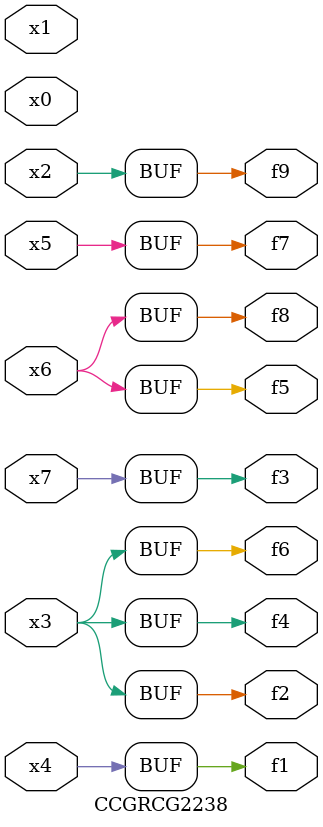
<source format=v>
module CCGRCG2238(
	input x0, x1, x2, x3, x4, x5, x6, x7,
	output f1, f2, f3, f4, f5, f6, f7, f8, f9
);
	assign f1 = x4;
	assign f2 = x3;
	assign f3 = x7;
	assign f4 = x3;
	assign f5 = x6;
	assign f6 = x3;
	assign f7 = x5;
	assign f8 = x6;
	assign f9 = x2;
endmodule

</source>
